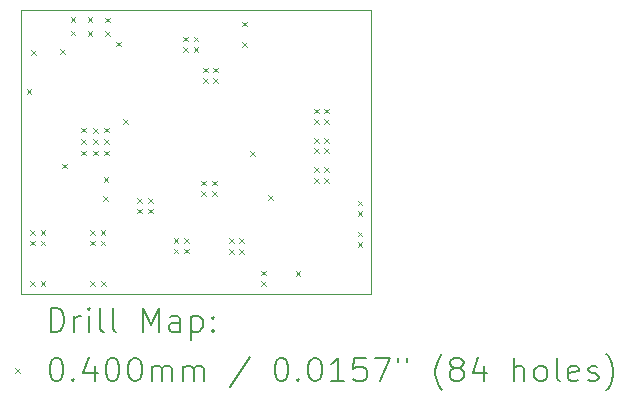
<source format=gbr>
%TF.GenerationSoftware,KiCad,Pcbnew,7.0.5*%
%TF.CreationDate,2023-08-01T00:38:59-05:00*%
%TF.ProjectId,psxpress-pms,70737870-7265-4737-932d-706d732e6b69,rev?*%
%TF.SameCoordinates,Original*%
%TF.FileFunction,Drillmap*%
%TF.FilePolarity,Positive*%
%FSLAX45Y45*%
G04 Gerber Fmt 4.5, Leading zero omitted, Abs format (unit mm)*
G04 Created by KiCad (PCBNEW 7.0.5) date 2023-08-01 00:38:59*
%MOMM*%
%LPD*%
G01*
G04 APERTURE LIST*
%ADD10C,0.100000*%
%ADD11C,0.200000*%
%ADD12C,0.040000*%
G04 APERTURE END LIST*
D10*
X15741625Y-5667375D02*
X18706665Y-5667375D01*
X18706665Y-8077375D01*
X15741625Y-8077375D01*
X15741625Y-5667375D01*
D11*
D12*
X15792500Y-6342500D02*
X15832500Y-6382500D01*
X15832500Y-6342500D02*
X15792500Y-6382500D01*
X15822500Y-7532500D02*
X15862500Y-7572500D01*
X15862500Y-7532500D02*
X15822500Y-7572500D01*
X15822500Y-7622500D02*
X15862500Y-7662500D01*
X15862500Y-7622500D02*
X15822500Y-7662500D01*
X15822500Y-7965000D02*
X15862500Y-8005000D01*
X15862500Y-7965000D02*
X15822500Y-8005000D01*
X15832500Y-6012500D02*
X15872500Y-6052500D01*
X15872500Y-6012500D02*
X15832500Y-6052500D01*
X15912500Y-7532500D02*
X15952500Y-7572500D01*
X15952500Y-7532500D02*
X15912500Y-7572500D01*
X15912500Y-7622500D02*
X15952500Y-7662500D01*
X15952500Y-7622500D02*
X15912500Y-7662500D01*
X15912500Y-7965000D02*
X15952500Y-8005000D01*
X15952500Y-7965000D02*
X15912500Y-8005000D01*
X16075000Y-6002500D02*
X16115000Y-6042500D01*
X16115000Y-6002500D02*
X16075000Y-6042500D01*
X16092500Y-6972500D02*
X16132500Y-7012500D01*
X16132500Y-6972500D02*
X16092500Y-7012500D01*
X16165000Y-5732500D02*
X16205000Y-5772500D01*
X16205000Y-5732500D02*
X16165000Y-5772500D01*
X16165000Y-5845000D02*
X16205000Y-5885000D01*
X16205000Y-5845000D02*
X16165000Y-5885000D01*
X16257125Y-6667375D02*
X16297125Y-6707375D01*
X16297125Y-6667375D02*
X16257125Y-6707375D01*
X16257125Y-6764875D02*
X16297125Y-6804875D01*
X16297125Y-6764875D02*
X16257125Y-6804875D01*
X16257125Y-6862375D02*
X16297125Y-6902375D01*
X16297125Y-6862375D02*
X16257125Y-6902375D01*
X16310000Y-5732500D02*
X16350000Y-5772500D01*
X16350000Y-5732500D02*
X16310000Y-5772500D01*
X16310000Y-5850000D02*
X16350000Y-5890000D01*
X16350000Y-5850000D02*
X16310000Y-5890000D01*
X16330000Y-7532500D02*
X16370000Y-7572500D01*
X16370000Y-7532500D02*
X16330000Y-7572500D01*
X16330000Y-7622500D02*
X16370000Y-7662500D01*
X16370000Y-7622500D02*
X16330000Y-7662500D01*
X16332500Y-7965000D02*
X16372500Y-8005000D01*
X16372500Y-7965000D02*
X16332500Y-8005000D01*
X16357125Y-6669875D02*
X16397125Y-6709875D01*
X16397125Y-6669875D02*
X16357125Y-6709875D01*
X16357125Y-6764875D02*
X16397125Y-6804875D01*
X16397125Y-6764875D02*
X16357125Y-6804875D01*
X16357125Y-6862375D02*
X16397125Y-6902375D01*
X16397125Y-6862375D02*
X16357125Y-6902375D01*
X16420000Y-7532500D02*
X16460000Y-7572500D01*
X16460000Y-7532500D02*
X16420000Y-7572500D01*
X16420000Y-7622500D02*
X16460000Y-7662500D01*
X16460000Y-7622500D02*
X16420000Y-7662500D01*
X16422500Y-7965000D02*
X16462500Y-8005000D01*
X16462500Y-7965000D02*
X16422500Y-8005000D01*
X16440000Y-7247500D02*
X16480000Y-7287500D01*
X16480000Y-7247500D02*
X16440000Y-7287500D01*
X16444625Y-7087375D02*
X16484625Y-7127375D01*
X16484625Y-7087375D02*
X16444625Y-7127375D01*
X16452125Y-6667375D02*
X16492125Y-6707375D01*
X16492125Y-6667375D02*
X16452125Y-6707375D01*
X16452125Y-6764875D02*
X16492125Y-6804875D01*
X16492125Y-6764875D02*
X16452125Y-6804875D01*
X16452125Y-6862375D02*
X16492125Y-6902375D01*
X16492125Y-6862375D02*
X16452125Y-6902375D01*
X16457500Y-5735000D02*
X16497500Y-5775000D01*
X16497500Y-5735000D02*
X16457500Y-5775000D01*
X16457500Y-5847500D02*
X16497500Y-5887500D01*
X16497500Y-5847500D02*
X16457500Y-5887500D01*
X16550000Y-5937500D02*
X16590000Y-5977500D01*
X16590000Y-5937500D02*
X16550000Y-5977500D01*
X16612500Y-6595000D02*
X16652500Y-6635000D01*
X16652500Y-6595000D02*
X16612500Y-6635000D01*
X16730000Y-7262500D02*
X16770000Y-7302500D01*
X16770000Y-7262500D02*
X16730000Y-7302500D01*
X16730000Y-7352500D02*
X16770000Y-7392500D01*
X16770000Y-7352500D02*
X16730000Y-7392500D01*
X16820000Y-7262500D02*
X16860000Y-7302500D01*
X16860000Y-7262500D02*
X16820000Y-7302500D01*
X16820000Y-7352500D02*
X16860000Y-7392500D01*
X16860000Y-7352500D02*
X16820000Y-7392500D01*
X17037500Y-7600000D02*
X17077500Y-7640000D01*
X17077500Y-7600000D02*
X17037500Y-7640000D01*
X17037500Y-7690000D02*
X17077500Y-7730000D01*
X17077500Y-7690000D02*
X17037500Y-7730000D01*
X17117500Y-5895000D02*
X17157500Y-5935000D01*
X17157500Y-5895000D02*
X17117500Y-5935000D01*
X17117500Y-5895000D02*
X17157500Y-5935000D01*
X17157500Y-5895000D02*
X17117500Y-5935000D01*
X17117500Y-5985000D02*
X17157500Y-6025000D01*
X17157500Y-5985000D02*
X17117500Y-6025000D01*
X17127500Y-7600000D02*
X17167500Y-7640000D01*
X17167500Y-7600000D02*
X17127500Y-7640000D01*
X17127500Y-7690000D02*
X17167500Y-7730000D01*
X17167500Y-7690000D02*
X17127500Y-7730000D01*
X17207500Y-5895000D02*
X17247500Y-5935000D01*
X17247500Y-5895000D02*
X17207500Y-5935000D01*
X17207500Y-5985000D02*
X17247500Y-6025000D01*
X17247500Y-5985000D02*
X17207500Y-6025000D01*
X17272500Y-7115000D02*
X17312500Y-7155000D01*
X17312500Y-7115000D02*
X17272500Y-7155000D01*
X17272500Y-7205000D02*
X17312500Y-7245000D01*
X17312500Y-7205000D02*
X17272500Y-7245000D01*
X17285000Y-6157500D02*
X17325000Y-6197500D01*
X17325000Y-6157500D02*
X17285000Y-6197500D01*
X17285000Y-6157500D02*
X17325000Y-6197500D01*
X17325000Y-6157500D02*
X17285000Y-6197500D01*
X17285000Y-6247500D02*
X17325000Y-6287500D01*
X17325000Y-6247500D02*
X17285000Y-6287500D01*
X17362500Y-7115000D02*
X17402500Y-7155000D01*
X17402500Y-7115000D02*
X17362500Y-7155000D01*
X17362500Y-7205000D02*
X17402500Y-7245000D01*
X17402500Y-7205000D02*
X17362500Y-7245000D01*
X17375000Y-6157500D02*
X17415000Y-6197500D01*
X17415000Y-6157500D02*
X17375000Y-6197500D01*
X17375000Y-6247500D02*
X17415000Y-6287500D01*
X17415000Y-6247500D02*
X17375000Y-6287500D01*
X17505000Y-7605000D02*
X17545000Y-7645000D01*
X17545000Y-7605000D02*
X17505000Y-7645000D01*
X17505000Y-7695000D02*
X17545000Y-7735000D01*
X17545000Y-7695000D02*
X17505000Y-7735000D01*
X17595000Y-7605000D02*
X17635000Y-7645000D01*
X17635000Y-7605000D02*
X17595000Y-7645000D01*
X17595000Y-7695000D02*
X17635000Y-7735000D01*
X17635000Y-7695000D02*
X17595000Y-7735000D01*
X17617500Y-5945000D02*
X17657500Y-5985000D01*
X17657500Y-5945000D02*
X17617500Y-5985000D01*
X17620000Y-5770000D02*
X17660000Y-5810000D01*
X17660000Y-5770000D02*
X17620000Y-5810000D01*
X17682500Y-6865000D02*
X17722500Y-6905000D01*
X17722500Y-6865000D02*
X17682500Y-6905000D01*
X17780000Y-7877500D02*
X17820000Y-7917500D01*
X17820000Y-7877500D02*
X17780000Y-7917500D01*
X17780000Y-7967500D02*
X17820000Y-8007500D01*
X17820000Y-7967500D02*
X17780000Y-8007500D01*
X17836625Y-7239565D02*
X17876625Y-7279565D01*
X17876625Y-7239565D02*
X17836625Y-7279565D01*
X18070000Y-7880000D02*
X18110000Y-7920000D01*
X18110000Y-7880000D02*
X18070000Y-7920000D01*
X18225000Y-6505000D02*
X18265000Y-6545000D01*
X18265000Y-6505000D02*
X18225000Y-6545000D01*
X18225000Y-6595000D02*
X18265000Y-6635000D01*
X18265000Y-6595000D02*
X18225000Y-6635000D01*
X18225000Y-6752500D02*
X18265000Y-6792500D01*
X18265000Y-6752500D02*
X18225000Y-6792500D01*
X18225000Y-6842500D02*
X18265000Y-6882500D01*
X18265000Y-6842500D02*
X18225000Y-6882500D01*
X18225000Y-7002500D02*
X18265000Y-7042500D01*
X18265000Y-7002500D02*
X18225000Y-7042500D01*
X18225000Y-7092500D02*
X18265000Y-7132500D01*
X18265000Y-7092500D02*
X18225000Y-7132500D01*
X18315000Y-6505000D02*
X18355000Y-6545000D01*
X18355000Y-6505000D02*
X18315000Y-6545000D01*
X18315000Y-6595000D02*
X18355000Y-6635000D01*
X18355000Y-6595000D02*
X18315000Y-6635000D01*
X18315000Y-6752500D02*
X18355000Y-6792500D01*
X18355000Y-6752500D02*
X18315000Y-6792500D01*
X18315000Y-6842500D02*
X18355000Y-6882500D01*
X18355000Y-6842500D02*
X18315000Y-6882500D01*
X18315000Y-7002500D02*
X18355000Y-7042500D01*
X18355000Y-7002500D02*
X18315000Y-7042500D01*
X18315000Y-7092500D02*
X18355000Y-7132500D01*
X18355000Y-7092500D02*
X18315000Y-7132500D01*
X18595000Y-7285000D02*
X18635000Y-7325000D01*
X18635000Y-7285000D02*
X18595000Y-7325000D01*
X18595000Y-7375000D02*
X18635000Y-7415000D01*
X18635000Y-7375000D02*
X18595000Y-7415000D01*
X18595000Y-7547500D02*
X18635000Y-7587500D01*
X18635000Y-7547500D02*
X18595000Y-7587500D01*
X18595000Y-7637500D02*
X18635000Y-7677500D01*
X18635000Y-7637500D02*
X18595000Y-7677500D01*
D11*
X15997402Y-8393859D02*
X15997402Y-8193859D01*
X15997402Y-8193859D02*
X16045021Y-8193859D01*
X16045021Y-8193859D02*
X16073592Y-8203382D01*
X16073592Y-8203382D02*
X16092640Y-8222430D01*
X16092640Y-8222430D02*
X16102164Y-8241478D01*
X16102164Y-8241478D02*
X16111688Y-8279573D01*
X16111688Y-8279573D02*
X16111688Y-8308144D01*
X16111688Y-8308144D02*
X16102164Y-8346239D01*
X16102164Y-8346239D02*
X16092640Y-8365287D01*
X16092640Y-8365287D02*
X16073592Y-8384335D01*
X16073592Y-8384335D02*
X16045021Y-8393859D01*
X16045021Y-8393859D02*
X15997402Y-8393859D01*
X16197402Y-8393859D02*
X16197402Y-8260525D01*
X16197402Y-8298620D02*
X16206926Y-8279573D01*
X16206926Y-8279573D02*
X16216450Y-8270049D01*
X16216450Y-8270049D02*
X16235497Y-8260525D01*
X16235497Y-8260525D02*
X16254545Y-8260525D01*
X16321211Y-8393859D02*
X16321211Y-8260525D01*
X16321211Y-8193859D02*
X16311688Y-8203382D01*
X16311688Y-8203382D02*
X16321211Y-8212906D01*
X16321211Y-8212906D02*
X16330735Y-8203382D01*
X16330735Y-8203382D02*
X16321211Y-8193859D01*
X16321211Y-8193859D02*
X16321211Y-8212906D01*
X16445021Y-8393859D02*
X16425973Y-8384335D01*
X16425973Y-8384335D02*
X16416450Y-8365287D01*
X16416450Y-8365287D02*
X16416450Y-8193859D01*
X16549783Y-8393859D02*
X16530735Y-8384335D01*
X16530735Y-8384335D02*
X16521211Y-8365287D01*
X16521211Y-8365287D02*
X16521211Y-8193859D01*
X16778354Y-8393859D02*
X16778354Y-8193859D01*
X16778354Y-8193859D02*
X16845021Y-8336716D01*
X16845021Y-8336716D02*
X16911688Y-8193859D01*
X16911688Y-8193859D02*
X16911688Y-8393859D01*
X17092640Y-8393859D02*
X17092640Y-8289097D01*
X17092640Y-8289097D02*
X17083116Y-8270049D01*
X17083116Y-8270049D02*
X17064069Y-8260525D01*
X17064069Y-8260525D02*
X17025973Y-8260525D01*
X17025973Y-8260525D02*
X17006926Y-8270049D01*
X17092640Y-8384335D02*
X17073593Y-8393859D01*
X17073593Y-8393859D02*
X17025973Y-8393859D01*
X17025973Y-8393859D02*
X17006926Y-8384335D01*
X17006926Y-8384335D02*
X16997402Y-8365287D01*
X16997402Y-8365287D02*
X16997402Y-8346239D01*
X16997402Y-8346239D02*
X17006926Y-8327192D01*
X17006926Y-8327192D02*
X17025973Y-8317668D01*
X17025973Y-8317668D02*
X17073593Y-8317668D01*
X17073593Y-8317668D02*
X17092640Y-8308144D01*
X17187878Y-8260525D02*
X17187878Y-8460525D01*
X17187878Y-8270049D02*
X17206926Y-8260525D01*
X17206926Y-8260525D02*
X17245021Y-8260525D01*
X17245021Y-8260525D02*
X17264069Y-8270049D01*
X17264069Y-8270049D02*
X17273593Y-8279573D01*
X17273593Y-8279573D02*
X17283116Y-8298620D01*
X17283116Y-8298620D02*
X17283116Y-8355763D01*
X17283116Y-8355763D02*
X17273593Y-8374811D01*
X17273593Y-8374811D02*
X17264069Y-8384335D01*
X17264069Y-8384335D02*
X17245021Y-8393859D01*
X17245021Y-8393859D02*
X17206926Y-8393859D01*
X17206926Y-8393859D02*
X17187878Y-8384335D01*
X17368831Y-8374811D02*
X17378354Y-8384335D01*
X17378354Y-8384335D02*
X17368831Y-8393859D01*
X17368831Y-8393859D02*
X17359307Y-8384335D01*
X17359307Y-8384335D02*
X17368831Y-8374811D01*
X17368831Y-8374811D02*
X17368831Y-8393859D01*
X17368831Y-8270049D02*
X17378354Y-8279573D01*
X17378354Y-8279573D02*
X17368831Y-8289097D01*
X17368831Y-8289097D02*
X17359307Y-8279573D01*
X17359307Y-8279573D02*
X17368831Y-8270049D01*
X17368831Y-8270049D02*
X17368831Y-8289097D01*
D12*
X15696625Y-8702375D02*
X15736625Y-8742375D01*
X15736625Y-8702375D02*
X15696625Y-8742375D01*
D11*
X16035497Y-8613859D02*
X16054545Y-8613859D01*
X16054545Y-8613859D02*
X16073592Y-8623382D01*
X16073592Y-8623382D02*
X16083116Y-8632906D01*
X16083116Y-8632906D02*
X16092640Y-8651954D01*
X16092640Y-8651954D02*
X16102164Y-8690049D01*
X16102164Y-8690049D02*
X16102164Y-8737668D01*
X16102164Y-8737668D02*
X16092640Y-8775763D01*
X16092640Y-8775763D02*
X16083116Y-8794811D01*
X16083116Y-8794811D02*
X16073592Y-8804335D01*
X16073592Y-8804335D02*
X16054545Y-8813859D01*
X16054545Y-8813859D02*
X16035497Y-8813859D01*
X16035497Y-8813859D02*
X16016450Y-8804335D01*
X16016450Y-8804335D02*
X16006926Y-8794811D01*
X16006926Y-8794811D02*
X15997402Y-8775763D01*
X15997402Y-8775763D02*
X15987878Y-8737668D01*
X15987878Y-8737668D02*
X15987878Y-8690049D01*
X15987878Y-8690049D02*
X15997402Y-8651954D01*
X15997402Y-8651954D02*
X16006926Y-8632906D01*
X16006926Y-8632906D02*
X16016450Y-8623382D01*
X16016450Y-8623382D02*
X16035497Y-8613859D01*
X16187878Y-8794811D02*
X16197402Y-8804335D01*
X16197402Y-8804335D02*
X16187878Y-8813859D01*
X16187878Y-8813859D02*
X16178354Y-8804335D01*
X16178354Y-8804335D02*
X16187878Y-8794811D01*
X16187878Y-8794811D02*
X16187878Y-8813859D01*
X16368831Y-8680525D02*
X16368831Y-8813859D01*
X16321211Y-8604335D02*
X16273592Y-8747192D01*
X16273592Y-8747192D02*
X16397402Y-8747192D01*
X16511688Y-8613859D02*
X16530735Y-8613859D01*
X16530735Y-8613859D02*
X16549783Y-8623382D01*
X16549783Y-8623382D02*
X16559307Y-8632906D01*
X16559307Y-8632906D02*
X16568831Y-8651954D01*
X16568831Y-8651954D02*
X16578354Y-8690049D01*
X16578354Y-8690049D02*
X16578354Y-8737668D01*
X16578354Y-8737668D02*
X16568831Y-8775763D01*
X16568831Y-8775763D02*
X16559307Y-8794811D01*
X16559307Y-8794811D02*
X16549783Y-8804335D01*
X16549783Y-8804335D02*
X16530735Y-8813859D01*
X16530735Y-8813859D02*
X16511688Y-8813859D01*
X16511688Y-8813859D02*
X16492640Y-8804335D01*
X16492640Y-8804335D02*
X16483116Y-8794811D01*
X16483116Y-8794811D02*
X16473592Y-8775763D01*
X16473592Y-8775763D02*
X16464069Y-8737668D01*
X16464069Y-8737668D02*
X16464069Y-8690049D01*
X16464069Y-8690049D02*
X16473592Y-8651954D01*
X16473592Y-8651954D02*
X16483116Y-8632906D01*
X16483116Y-8632906D02*
X16492640Y-8623382D01*
X16492640Y-8623382D02*
X16511688Y-8613859D01*
X16702164Y-8613859D02*
X16721212Y-8613859D01*
X16721212Y-8613859D02*
X16740259Y-8623382D01*
X16740259Y-8623382D02*
X16749783Y-8632906D01*
X16749783Y-8632906D02*
X16759307Y-8651954D01*
X16759307Y-8651954D02*
X16768831Y-8690049D01*
X16768831Y-8690049D02*
X16768831Y-8737668D01*
X16768831Y-8737668D02*
X16759307Y-8775763D01*
X16759307Y-8775763D02*
X16749783Y-8794811D01*
X16749783Y-8794811D02*
X16740259Y-8804335D01*
X16740259Y-8804335D02*
X16721212Y-8813859D01*
X16721212Y-8813859D02*
X16702164Y-8813859D01*
X16702164Y-8813859D02*
X16683116Y-8804335D01*
X16683116Y-8804335D02*
X16673592Y-8794811D01*
X16673592Y-8794811D02*
X16664069Y-8775763D01*
X16664069Y-8775763D02*
X16654545Y-8737668D01*
X16654545Y-8737668D02*
X16654545Y-8690049D01*
X16654545Y-8690049D02*
X16664069Y-8651954D01*
X16664069Y-8651954D02*
X16673592Y-8632906D01*
X16673592Y-8632906D02*
X16683116Y-8623382D01*
X16683116Y-8623382D02*
X16702164Y-8613859D01*
X16854545Y-8813859D02*
X16854545Y-8680525D01*
X16854545Y-8699573D02*
X16864069Y-8690049D01*
X16864069Y-8690049D02*
X16883116Y-8680525D01*
X16883116Y-8680525D02*
X16911688Y-8680525D01*
X16911688Y-8680525D02*
X16930735Y-8690049D01*
X16930735Y-8690049D02*
X16940259Y-8709097D01*
X16940259Y-8709097D02*
X16940259Y-8813859D01*
X16940259Y-8709097D02*
X16949783Y-8690049D01*
X16949783Y-8690049D02*
X16968831Y-8680525D01*
X16968831Y-8680525D02*
X16997402Y-8680525D01*
X16997402Y-8680525D02*
X17016450Y-8690049D01*
X17016450Y-8690049D02*
X17025974Y-8709097D01*
X17025974Y-8709097D02*
X17025974Y-8813859D01*
X17121212Y-8813859D02*
X17121212Y-8680525D01*
X17121212Y-8699573D02*
X17130735Y-8690049D01*
X17130735Y-8690049D02*
X17149783Y-8680525D01*
X17149783Y-8680525D02*
X17178355Y-8680525D01*
X17178355Y-8680525D02*
X17197402Y-8690049D01*
X17197402Y-8690049D02*
X17206926Y-8709097D01*
X17206926Y-8709097D02*
X17206926Y-8813859D01*
X17206926Y-8709097D02*
X17216450Y-8690049D01*
X17216450Y-8690049D02*
X17235497Y-8680525D01*
X17235497Y-8680525D02*
X17264069Y-8680525D01*
X17264069Y-8680525D02*
X17283116Y-8690049D01*
X17283116Y-8690049D02*
X17292640Y-8709097D01*
X17292640Y-8709097D02*
X17292640Y-8813859D01*
X17683116Y-8604335D02*
X17511688Y-8861478D01*
X17940259Y-8613859D02*
X17959307Y-8613859D01*
X17959307Y-8613859D02*
X17978355Y-8623382D01*
X17978355Y-8623382D02*
X17987878Y-8632906D01*
X17987878Y-8632906D02*
X17997402Y-8651954D01*
X17997402Y-8651954D02*
X18006926Y-8690049D01*
X18006926Y-8690049D02*
X18006926Y-8737668D01*
X18006926Y-8737668D02*
X17997402Y-8775763D01*
X17997402Y-8775763D02*
X17987878Y-8794811D01*
X17987878Y-8794811D02*
X17978355Y-8804335D01*
X17978355Y-8804335D02*
X17959307Y-8813859D01*
X17959307Y-8813859D02*
X17940259Y-8813859D01*
X17940259Y-8813859D02*
X17921212Y-8804335D01*
X17921212Y-8804335D02*
X17911688Y-8794811D01*
X17911688Y-8794811D02*
X17902164Y-8775763D01*
X17902164Y-8775763D02*
X17892640Y-8737668D01*
X17892640Y-8737668D02*
X17892640Y-8690049D01*
X17892640Y-8690049D02*
X17902164Y-8651954D01*
X17902164Y-8651954D02*
X17911688Y-8632906D01*
X17911688Y-8632906D02*
X17921212Y-8623382D01*
X17921212Y-8623382D02*
X17940259Y-8613859D01*
X18092640Y-8794811D02*
X18102164Y-8804335D01*
X18102164Y-8804335D02*
X18092640Y-8813859D01*
X18092640Y-8813859D02*
X18083117Y-8804335D01*
X18083117Y-8804335D02*
X18092640Y-8794811D01*
X18092640Y-8794811D02*
X18092640Y-8813859D01*
X18225974Y-8613859D02*
X18245021Y-8613859D01*
X18245021Y-8613859D02*
X18264069Y-8623382D01*
X18264069Y-8623382D02*
X18273593Y-8632906D01*
X18273593Y-8632906D02*
X18283117Y-8651954D01*
X18283117Y-8651954D02*
X18292640Y-8690049D01*
X18292640Y-8690049D02*
X18292640Y-8737668D01*
X18292640Y-8737668D02*
X18283117Y-8775763D01*
X18283117Y-8775763D02*
X18273593Y-8794811D01*
X18273593Y-8794811D02*
X18264069Y-8804335D01*
X18264069Y-8804335D02*
X18245021Y-8813859D01*
X18245021Y-8813859D02*
X18225974Y-8813859D01*
X18225974Y-8813859D02*
X18206926Y-8804335D01*
X18206926Y-8804335D02*
X18197402Y-8794811D01*
X18197402Y-8794811D02*
X18187878Y-8775763D01*
X18187878Y-8775763D02*
X18178355Y-8737668D01*
X18178355Y-8737668D02*
X18178355Y-8690049D01*
X18178355Y-8690049D02*
X18187878Y-8651954D01*
X18187878Y-8651954D02*
X18197402Y-8632906D01*
X18197402Y-8632906D02*
X18206926Y-8623382D01*
X18206926Y-8623382D02*
X18225974Y-8613859D01*
X18483117Y-8813859D02*
X18368831Y-8813859D01*
X18425974Y-8813859D02*
X18425974Y-8613859D01*
X18425974Y-8613859D02*
X18406926Y-8642430D01*
X18406926Y-8642430D02*
X18387878Y-8661478D01*
X18387878Y-8661478D02*
X18368831Y-8671001D01*
X18664069Y-8613859D02*
X18568831Y-8613859D01*
X18568831Y-8613859D02*
X18559307Y-8709097D01*
X18559307Y-8709097D02*
X18568831Y-8699573D01*
X18568831Y-8699573D02*
X18587878Y-8690049D01*
X18587878Y-8690049D02*
X18635498Y-8690049D01*
X18635498Y-8690049D02*
X18654545Y-8699573D01*
X18654545Y-8699573D02*
X18664069Y-8709097D01*
X18664069Y-8709097D02*
X18673593Y-8728144D01*
X18673593Y-8728144D02*
X18673593Y-8775763D01*
X18673593Y-8775763D02*
X18664069Y-8794811D01*
X18664069Y-8794811D02*
X18654545Y-8804335D01*
X18654545Y-8804335D02*
X18635498Y-8813859D01*
X18635498Y-8813859D02*
X18587878Y-8813859D01*
X18587878Y-8813859D02*
X18568831Y-8804335D01*
X18568831Y-8804335D02*
X18559307Y-8794811D01*
X18740259Y-8613859D02*
X18873593Y-8613859D01*
X18873593Y-8613859D02*
X18787878Y-8813859D01*
X18940259Y-8613859D02*
X18940259Y-8651954D01*
X19016450Y-8613859D02*
X19016450Y-8651954D01*
X19311688Y-8890049D02*
X19302164Y-8880525D01*
X19302164Y-8880525D02*
X19283117Y-8851954D01*
X19283117Y-8851954D02*
X19273593Y-8832906D01*
X19273593Y-8832906D02*
X19264069Y-8804335D01*
X19264069Y-8804335D02*
X19254545Y-8756716D01*
X19254545Y-8756716D02*
X19254545Y-8718621D01*
X19254545Y-8718621D02*
X19264069Y-8671001D01*
X19264069Y-8671001D02*
X19273593Y-8642430D01*
X19273593Y-8642430D02*
X19283117Y-8623382D01*
X19283117Y-8623382D02*
X19302164Y-8594811D01*
X19302164Y-8594811D02*
X19311688Y-8585287D01*
X19416450Y-8699573D02*
X19397402Y-8690049D01*
X19397402Y-8690049D02*
X19387879Y-8680525D01*
X19387879Y-8680525D02*
X19378355Y-8661478D01*
X19378355Y-8661478D02*
X19378355Y-8651954D01*
X19378355Y-8651954D02*
X19387879Y-8632906D01*
X19387879Y-8632906D02*
X19397402Y-8623382D01*
X19397402Y-8623382D02*
X19416450Y-8613859D01*
X19416450Y-8613859D02*
X19454545Y-8613859D01*
X19454545Y-8613859D02*
X19473593Y-8623382D01*
X19473593Y-8623382D02*
X19483117Y-8632906D01*
X19483117Y-8632906D02*
X19492640Y-8651954D01*
X19492640Y-8651954D02*
X19492640Y-8661478D01*
X19492640Y-8661478D02*
X19483117Y-8680525D01*
X19483117Y-8680525D02*
X19473593Y-8690049D01*
X19473593Y-8690049D02*
X19454545Y-8699573D01*
X19454545Y-8699573D02*
X19416450Y-8699573D01*
X19416450Y-8699573D02*
X19397402Y-8709097D01*
X19397402Y-8709097D02*
X19387879Y-8718621D01*
X19387879Y-8718621D02*
X19378355Y-8737668D01*
X19378355Y-8737668D02*
X19378355Y-8775763D01*
X19378355Y-8775763D02*
X19387879Y-8794811D01*
X19387879Y-8794811D02*
X19397402Y-8804335D01*
X19397402Y-8804335D02*
X19416450Y-8813859D01*
X19416450Y-8813859D02*
X19454545Y-8813859D01*
X19454545Y-8813859D02*
X19473593Y-8804335D01*
X19473593Y-8804335D02*
X19483117Y-8794811D01*
X19483117Y-8794811D02*
X19492640Y-8775763D01*
X19492640Y-8775763D02*
X19492640Y-8737668D01*
X19492640Y-8737668D02*
X19483117Y-8718621D01*
X19483117Y-8718621D02*
X19473593Y-8709097D01*
X19473593Y-8709097D02*
X19454545Y-8699573D01*
X19664069Y-8680525D02*
X19664069Y-8813859D01*
X19616450Y-8604335D02*
X19568831Y-8747192D01*
X19568831Y-8747192D02*
X19692640Y-8747192D01*
X19921212Y-8813859D02*
X19921212Y-8613859D01*
X20006926Y-8813859D02*
X20006926Y-8709097D01*
X20006926Y-8709097D02*
X19997402Y-8690049D01*
X19997402Y-8690049D02*
X19978355Y-8680525D01*
X19978355Y-8680525D02*
X19949783Y-8680525D01*
X19949783Y-8680525D02*
X19930736Y-8690049D01*
X19930736Y-8690049D02*
X19921212Y-8699573D01*
X20130736Y-8813859D02*
X20111688Y-8804335D01*
X20111688Y-8804335D02*
X20102164Y-8794811D01*
X20102164Y-8794811D02*
X20092641Y-8775763D01*
X20092641Y-8775763D02*
X20092641Y-8718621D01*
X20092641Y-8718621D02*
X20102164Y-8699573D01*
X20102164Y-8699573D02*
X20111688Y-8690049D01*
X20111688Y-8690049D02*
X20130736Y-8680525D01*
X20130736Y-8680525D02*
X20159307Y-8680525D01*
X20159307Y-8680525D02*
X20178355Y-8690049D01*
X20178355Y-8690049D02*
X20187879Y-8699573D01*
X20187879Y-8699573D02*
X20197402Y-8718621D01*
X20197402Y-8718621D02*
X20197402Y-8775763D01*
X20197402Y-8775763D02*
X20187879Y-8794811D01*
X20187879Y-8794811D02*
X20178355Y-8804335D01*
X20178355Y-8804335D02*
X20159307Y-8813859D01*
X20159307Y-8813859D02*
X20130736Y-8813859D01*
X20311688Y-8813859D02*
X20292641Y-8804335D01*
X20292641Y-8804335D02*
X20283117Y-8785287D01*
X20283117Y-8785287D02*
X20283117Y-8613859D01*
X20464069Y-8804335D02*
X20445022Y-8813859D01*
X20445022Y-8813859D02*
X20406926Y-8813859D01*
X20406926Y-8813859D02*
X20387879Y-8804335D01*
X20387879Y-8804335D02*
X20378355Y-8785287D01*
X20378355Y-8785287D02*
X20378355Y-8709097D01*
X20378355Y-8709097D02*
X20387879Y-8690049D01*
X20387879Y-8690049D02*
X20406926Y-8680525D01*
X20406926Y-8680525D02*
X20445022Y-8680525D01*
X20445022Y-8680525D02*
X20464069Y-8690049D01*
X20464069Y-8690049D02*
X20473593Y-8709097D01*
X20473593Y-8709097D02*
X20473593Y-8728144D01*
X20473593Y-8728144D02*
X20378355Y-8747192D01*
X20549783Y-8804335D02*
X20568831Y-8813859D01*
X20568831Y-8813859D02*
X20606926Y-8813859D01*
X20606926Y-8813859D02*
X20625974Y-8804335D01*
X20625974Y-8804335D02*
X20635498Y-8785287D01*
X20635498Y-8785287D02*
X20635498Y-8775763D01*
X20635498Y-8775763D02*
X20625974Y-8756716D01*
X20625974Y-8756716D02*
X20606926Y-8747192D01*
X20606926Y-8747192D02*
X20578355Y-8747192D01*
X20578355Y-8747192D02*
X20559307Y-8737668D01*
X20559307Y-8737668D02*
X20549783Y-8718621D01*
X20549783Y-8718621D02*
X20549783Y-8709097D01*
X20549783Y-8709097D02*
X20559307Y-8690049D01*
X20559307Y-8690049D02*
X20578355Y-8680525D01*
X20578355Y-8680525D02*
X20606926Y-8680525D01*
X20606926Y-8680525D02*
X20625974Y-8690049D01*
X20702164Y-8890049D02*
X20711688Y-8880525D01*
X20711688Y-8880525D02*
X20730736Y-8851954D01*
X20730736Y-8851954D02*
X20740260Y-8832906D01*
X20740260Y-8832906D02*
X20749783Y-8804335D01*
X20749783Y-8804335D02*
X20759307Y-8756716D01*
X20759307Y-8756716D02*
X20759307Y-8718621D01*
X20759307Y-8718621D02*
X20749783Y-8671001D01*
X20749783Y-8671001D02*
X20740260Y-8642430D01*
X20740260Y-8642430D02*
X20730736Y-8623382D01*
X20730736Y-8623382D02*
X20711688Y-8594811D01*
X20711688Y-8594811D02*
X20702164Y-8585287D01*
M02*

</source>
